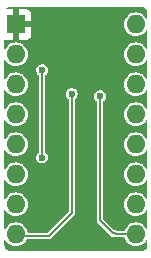
<source format=gbr>
%TF.GenerationSoftware,KiCad,Pcbnew,8.0.3*%
%TF.CreationDate,2024-10-02T14:15:04+10:00*%
%TF.ProjectId,attiny16-breakout,61747469-6e79-4313-962d-627265616b6f,rev?*%
%TF.SameCoordinates,Original*%
%TF.FileFunction,Copper,L2,Bot*%
%TF.FilePolarity,Positive*%
%FSLAX46Y46*%
G04 Gerber Fmt 4.6, Leading zero omitted, Abs format (unit mm)*
G04 Created by KiCad (PCBNEW 8.0.3) date 2024-10-02 14:15:04*
%MOMM*%
%LPD*%
G01*
G04 APERTURE LIST*
%TA.AperFunction,ComponentPad*%
%ADD10R,1.600000X1.600000*%
%TD*%
%TA.AperFunction,ComponentPad*%
%ADD11O,1.600000X1.600000*%
%TD*%
%TA.AperFunction,ViaPad*%
%ADD12C,0.600000*%
%TD*%
%TA.AperFunction,Conductor*%
%ADD13C,0.127000*%
%TD*%
G04 APERTURE END LIST*
D10*
%TO.P,J1,1,Pin_1*%
%TO.N,GND*%
X145880000Y-91000000D03*
D11*
%TO.P,J1,2,Pin_2*%
%TO.N,VCC*%
X145880000Y-93540000D03*
%TO.P,J1,3,Pin_3*%
%TO.N,Net-(J1-Pin_3)*%
X145880000Y-96080000D03*
%TO.P,J1,4,Pin_4*%
%TO.N,Net-(J1-Pin_4)*%
X145880000Y-98620000D03*
%TO.P,J1,5,Pin_5*%
%TO.N,Net-(J1-Pin_5)*%
X145880000Y-101160000D03*
%TO.P,J1,6,Pin_6*%
%TO.N,Net-(J1-Pin_6)*%
X145880000Y-103700000D03*
%TO.P,J1,7,Pin_7*%
%TO.N,Net-(J1-Pin_7)*%
X145880000Y-106240000D03*
%TO.P,J1,8,Pin_8*%
%TO.N,Net-(J1-Pin_8)*%
X145880000Y-108780000D03*
%TO.P,J1,9,Pin_9*%
%TO.N,Net-(J1-Pin_9)*%
X156040000Y-108780000D03*
%TO.P,J1,10,Pin_10*%
%TO.N,Net-(J1-Pin_10)*%
X156040000Y-106240000D03*
%TO.P,J1,11,Pin_11*%
%TO.N,Net-(J1-Pin_11)*%
X156040000Y-103700000D03*
%TO.P,J1,12,Pin_12*%
%TO.N,Net-(J1-Pin_12)*%
X156040000Y-101160000D03*
%TO.P,J1,13,Pin_13*%
%TO.N,Net-(J1-Pin_13)*%
X156040000Y-98620000D03*
%TO.P,J1,14,Pin_14*%
%TO.N,Net-(J1-Pin_14)*%
X156040000Y-96080000D03*
%TO.P,J1,15,Pin_15*%
%TO.N,Net-(J1-Pin_15)*%
X156040000Y-93540000D03*
%TO.P,J1,16,Pin_16*%
%TO.N,Net-(J1-Pin_16)*%
X156040000Y-91000000D03*
%TD*%
D12*
%TO.N,GND*%
X146900000Y-102350000D03*
X148100000Y-91950000D03*
%TO.N,VCC*%
X148100000Y-94900000D03*
X148100000Y-102300000D03*
%TO.N,Net-(J1-Pin_8)*%
X150600000Y-96900000D03*
%TO.N,Net-(J1-Pin_9)*%
X153000000Y-97100000D03*
%TD*%
D13*
%TO.N,GND*%
X148950000Y-92800000D02*
X148950000Y-102246910D01*
X148950000Y-102246910D02*
X148333410Y-102863500D01*
X148333410Y-102863500D02*
X147413500Y-102863500D01*
X147413500Y-102863500D02*
X146900000Y-102350000D01*
X148100000Y-91950000D02*
X148950000Y-92800000D01*
%TO.N,VCC*%
X148100000Y-94900000D02*
X148100000Y-102300000D01*
%TO.N,Net-(J1-Pin_8)*%
X148700000Y-108900000D02*
X146000000Y-108900000D01*
X150600000Y-107000000D02*
X148700000Y-108900000D01*
X146000000Y-108900000D02*
X145880000Y-108780000D01*
X150600000Y-96900000D02*
X150600000Y-107000000D01*
%TO.N,Net-(J1-Pin_9)*%
X154300000Y-108700000D02*
X154380000Y-108780000D01*
X153000000Y-97100000D02*
X153000000Y-107600000D01*
X154380000Y-108780000D02*
X156040000Y-108780000D01*
X153000000Y-107600000D02*
X154100000Y-108700000D01*
X154100000Y-108700000D02*
X154300000Y-108700000D01*
%TD*%
%TA.AperFunction,Conductor*%
%TO.N,GND*%
G36*
X156502733Y-89500808D02*
G01*
X156605665Y-89512406D01*
X156616361Y-89514847D01*
X156711519Y-89548144D01*
X156721393Y-89552899D01*
X156806759Y-89606538D01*
X156815337Y-89613379D01*
X156886620Y-89684662D01*
X156893461Y-89693240D01*
X156947097Y-89778600D01*
X156951858Y-89788487D01*
X156985151Y-89883637D01*
X156987593Y-89894333D01*
X156999192Y-89997265D01*
X156999500Y-90002752D01*
X156999500Y-90477064D01*
X156985148Y-90511712D01*
X156950500Y-90526064D01*
X156915852Y-90511712D01*
X156907286Y-90500163D01*
X156875910Y-90441462D01*
X156875907Y-90441458D01*
X156875905Y-90441455D01*
X156822537Y-90376427D01*
X156750883Y-90289117D01*
X156679227Y-90230310D01*
X156598544Y-90164094D01*
X156598541Y-90164092D01*
X156598539Y-90164091D01*
X156598538Y-90164090D01*
X156518592Y-90121358D01*
X156424726Y-90071185D01*
X156236132Y-90013976D01*
X156040000Y-89994659D01*
X155843867Y-90013976D01*
X155843866Y-90013976D01*
X155655273Y-90071185D01*
X155481458Y-90164092D01*
X155481455Y-90164094D01*
X155329117Y-90289117D01*
X155204094Y-90441455D01*
X155204092Y-90441458D01*
X155111185Y-90615273D01*
X155053976Y-90803866D01*
X155053976Y-90803867D01*
X155034659Y-90999999D01*
X155034659Y-91000000D01*
X155053976Y-91196132D01*
X155053976Y-91196133D01*
X155111185Y-91384726D01*
X155159997Y-91476045D01*
X155204089Y-91558537D01*
X155204092Y-91558541D01*
X155204094Y-91558544D01*
X155270310Y-91639227D01*
X155329117Y-91710883D01*
X155416427Y-91782537D01*
X155481455Y-91835905D01*
X155481458Y-91835907D01*
X155481462Y-91835910D01*
X155655273Y-91928814D01*
X155843868Y-91986024D01*
X156040000Y-92005341D01*
X156236132Y-91986024D01*
X156424727Y-91928814D01*
X156598538Y-91835910D01*
X156750883Y-91710883D01*
X156875910Y-91558538D01*
X156907286Y-91499836D01*
X156936276Y-91476045D01*
X156973598Y-91479721D01*
X156997390Y-91508711D01*
X156999500Y-91522935D01*
X156999500Y-93017064D01*
X156985148Y-93051712D01*
X156950500Y-93066064D01*
X156915852Y-93051712D01*
X156907286Y-93040163D01*
X156875910Y-92981462D01*
X156875907Y-92981458D01*
X156875905Y-92981455D01*
X156822537Y-92916427D01*
X156750883Y-92829117D01*
X156679227Y-92770310D01*
X156598544Y-92704094D01*
X156598541Y-92704092D01*
X156598539Y-92704091D01*
X156598538Y-92704090D01*
X156518592Y-92661358D01*
X156424726Y-92611185D01*
X156236132Y-92553976D01*
X156040000Y-92534659D01*
X155843867Y-92553976D01*
X155843866Y-92553976D01*
X155655273Y-92611185D01*
X155481458Y-92704092D01*
X155481455Y-92704094D01*
X155329117Y-92829117D01*
X155204094Y-92981455D01*
X155204092Y-92981458D01*
X155111185Y-93155273D01*
X155053976Y-93343866D01*
X155053976Y-93343867D01*
X155034659Y-93539999D01*
X155034659Y-93540000D01*
X155053976Y-93736132D01*
X155053976Y-93736133D01*
X155111185Y-93924726D01*
X155111186Y-93924727D01*
X155204089Y-94098537D01*
X155204092Y-94098541D01*
X155204094Y-94098544D01*
X155270310Y-94179227D01*
X155329117Y-94250883D01*
X155416427Y-94322537D01*
X155481455Y-94375905D01*
X155481458Y-94375907D01*
X155481462Y-94375910D01*
X155655273Y-94468814D01*
X155843868Y-94526024D01*
X156040000Y-94545341D01*
X156236132Y-94526024D01*
X156424727Y-94468814D01*
X156598538Y-94375910D01*
X156750883Y-94250883D01*
X156875910Y-94098538D01*
X156907286Y-94039836D01*
X156936276Y-94016045D01*
X156973598Y-94019721D01*
X156997390Y-94048711D01*
X156999500Y-94062935D01*
X156999500Y-95557064D01*
X156985148Y-95591712D01*
X156950500Y-95606064D01*
X156915852Y-95591712D01*
X156907286Y-95580163D01*
X156875910Y-95521462D01*
X156875907Y-95521458D01*
X156875905Y-95521455D01*
X156822537Y-95456427D01*
X156750883Y-95369117D01*
X156679227Y-95310310D01*
X156598544Y-95244094D01*
X156598541Y-95244092D01*
X156598539Y-95244091D01*
X156598538Y-95244090D01*
X156466236Y-95173373D01*
X156424726Y-95151185D01*
X156236132Y-95093976D01*
X156040000Y-95074659D01*
X155843867Y-95093976D01*
X155843866Y-95093976D01*
X155655273Y-95151185D01*
X155481458Y-95244092D01*
X155481455Y-95244094D01*
X155329117Y-95369117D01*
X155204094Y-95521455D01*
X155204092Y-95521458D01*
X155111185Y-95695273D01*
X155053976Y-95883866D01*
X155053976Y-95883867D01*
X155034659Y-96079999D01*
X155034659Y-96080000D01*
X155053976Y-96276132D01*
X155053976Y-96276133D01*
X155111185Y-96464726D01*
X155146540Y-96530870D01*
X155204089Y-96638537D01*
X155204092Y-96638541D01*
X155204094Y-96638544D01*
X155205328Y-96640047D01*
X155329117Y-96790883D01*
X155416427Y-96862537D01*
X155481455Y-96915905D01*
X155481458Y-96915907D01*
X155481462Y-96915910D01*
X155655273Y-97008814D01*
X155843868Y-97066024D01*
X156040000Y-97085341D01*
X156236132Y-97066024D01*
X156424727Y-97008814D01*
X156598538Y-96915910D01*
X156750883Y-96790883D01*
X156875910Y-96638538D01*
X156907286Y-96579836D01*
X156936276Y-96556045D01*
X156973598Y-96559721D01*
X156997390Y-96588711D01*
X156999500Y-96602935D01*
X156999500Y-98097064D01*
X156985148Y-98131712D01*
X156950500Y-98146064D01*
X156915852Y-98131712D01*
X156907286Y-98120163D01*
X156875910Y-98061462D01*
X156875907Y-98061458D01*
X156875905Y-98061455D01*
X156822537Y-97996427D01*
X156750883Y-97909117D01*
X156679227Y-97850310D01*
X156598544Y-97784094D01*
X156598541Y-97784092D01*
X156598539Y-97784091D01*
X156598538Y-97784090D01*
X156518592Y-97741358D01*
X156424726Y-97691185D01*
X156236132Y-97633976D01*
X156040000Y-97614659D01*
X155843867Y-97633976D01*
X155843866Y-97633976D01*
X155655273Y-97691185D01*
X155481458Y-97784092D01*
X155481455Y-97784094D01*
X155329117Y-97909117D01*
X155204094Y-98061455D01*
X155204092Y-98061458D01*
X155111185Y-98235273D01*
X155053976Y-98423866D01*
X155053976Y-98423867D01*
X155034659Y-98619999D01*
X155034659Y-98620000D01*
X155053976Y-98816132D01*
X155053976Y-98816133D01*
X155111185Y-99004726D01*
X155111186Y-99004727D01*
X155204089Y-99178537D01*
X155204092Y-99178541D01*
X155204094Y-99178544D01*
X155270310Y-99259227D01*
X155329117Y-99330883D01*
X155416427Y-99402537D01*
X155481455Y-99455905D01*
X155481458Y-99455907D01*
X155481462Y-99455910D01*
X155655273Y-99548814D01*
X155843868Y-99606024D01*
X156040000Y-99625341D01*
X156236132Y-99606024D01*
X156424727Y-99548814D01*
X156598538Y-99455910D01*
X156750883Y-99330883D01*
X156875910Y-99178538D01*
X156907286Y-99119836D01*
X156936276Y-99096045D01*
X156973598Y-99099721D01*
X156997390Y-99128711D01*
X156999500Y-99142935D01*
X156999500Y-100637064D01*
X156985148Y-100671712D01*
X156950500Y-100686064D01*
X156915852Y-100671712D01*
X156907286Y-100660163D01*
X156875910Y-100601462D01*
X156875907Y-100601458D01*
X156875905Y-100601455D01*
X156822537Y-100536427D01*
X156750883Y-100449117D01*
X156679227Y-100390310D01*
X156598544Y-100324094D01*
X156598541Y-100324092D01*
X156598539Y-100324091D01*
X156598538Y-100324090D01*
X156518592Y-100281358D01*
X156424726Y-100231185D01*
X156236132Y-100173976D01*
X156040000Y-100154659D01*
X155843867Y-100173976D01*
X155843866Y-100173976D01*
X155655273Y-100231185D01*
X155481458Y-100324092D01*
X155481455Y-100324094D01*
X155329117Y-100449117D01*
X155204094Y-100601455D01*
X155204092Y-100601458D01*
X155111185Y-100775273D01*
X155053976Y-100963866D01*
X155053976Y-100963867D01*
X155034659Y-101159999D01*
X155034659Y-101160000D01*
X155053976Y-101356132D01*
X155053976Y-101356133D01*
X155111185Y-101544726D01*
X155111186Y-101544727D01*
X155204089Y-101718537D01*
X155204092Y-101718541D01*
X155204094Y-101718544D01*
X155270310Y-101799227D01*
X155329117Y-101870883D01*
X155386355Y-101917857D01*
X155481455Y-101995905D01*
X155481458Y-101995907D01*
X155481462Y-101995910D01*
X155655273Y-102088814D01*
X155843868Y-102146024D01*
X156040000Y-102165341D01*
X156236132Y-102146024D01*
X156424727Y-102088814D01*
X156598538Y-101995910D01*
X156750883Y-101870883D01*
X156875910Y-101718538D01*
X156907286Y-101659836D01*
X156936276Y-101636045D01*
X156973598Y-101639721D01*
X156997390Y-101668711D01*
X156999500Y-101682935D01*
X156999500Y-103177064D01*
X156985148Y-103211712D01*
X156950500Y-103226064D01*
X156915852Y-103211712D01*
X156907286Y-103200163D01*
X156875910Y-103141462D01*
X156875907Y-103141458D01*
X156875905Y-103141455D01*
X156822537Y-103076427D01*
X156750883Y-102989117D01*
X156679227Y-102930310D01*
X156598544Y-102864094D01*
X156598541Y-102864092D01*
X156598539Y-102864091D01*
X156598538Y-102864090D01*
X156479568Y-102800499D01*
X156424726Y-102771185D01*
X156236132Y-102713976D01*
X156040000Y-102694659D01*
X155843867Y-102713976D01*
X155843866Y-102713976D01*
X155655273Y-102771185D01*
X155481458Y-102864092D01*
X155481455Y-102864094D01*
X155329117Y-102989117D01*
X155204094Y-103141455D01*
X155204092Y-103141458D01*
X155111185Y-103315273D01*
X155053976Y-103503866D01*
X155053976Y-103503867D01*
X155034659Y-103699999D01*
X155034659Y-103700000D01*
X155053976Y-103896132D01*
X155053976Y-103896133D01*
X155111185Y-104084726D01*
X155111186Y-104084727D01*
X155204089Y-104258537D01*
X155204092Y-104258541D01*
X155204094Y-104258544D01*
X155270310Y-104339227D01*
X155329117Y-104410883D01*
X155416427Y-104482537D01*
X155481455Y-104535905D01*
X155481458Y-104535907D01*
X155481462Y-104535910D01*
X155655273Y-104628814D01*
X155843868Y-104686024D01*
X156040000Y-104705341D01*
X156236132Y-104686024D01*
X156424727Y-104628814D01*
X156598538Y-104535910D01*
X156750883Y-104410883D01*
X156875910Y-104258538D01*
X156907286Y-104199836D01*
X156936276Y-104176045D01*
X156973598Y-104179721D01*
X156997390Y-104208711D01*
X156999500Y-104222935D01*
X156999500Y-105717064D01*
X156985148Y-105751712D01*
X156950500Y-105766064D01*
X156915852Y-105751712D01*
X156907286Y-105740163D01*
X156875910Y-105681462D01*
X156875907Y-105681458D01*
X156875905Y-105681455D01*
X156822537Y-105616427D01*
X156750883Y-105529117D01*
X156679227Y-105470310D01*
X156598544Y-105404094D01*
X156598541Y-105404092D01*
X156598539Y-105404091D01*
X156598538Y-105404090D01*
X156518592Y-105361358D01*
X156424726Y-105311185D01*
X156236132Y-105253976D01*
X156040000Y-105234659D01*
X155843867Y-105253976D01*
X155843866Y-105253976D01*
X155655273Y-105311185D01*
X155481458Y-105404092D01*
X155481455Y-105404094D01*
X155329117Y-105529117D01*
X155204094Y-105681455D01*
X155204092Y-105681458D01*
X155111185Y-105855273D01*
X155053976Y-106043866D01*
X155053976Y-106043867D01*
X155034659Y-106239999D01*
X155034659Y-106240000D01*
X155053976Y-106436132D01*
X155053976Y-106436133D01*
X155111185Y-106624726D01*
X155111186Y-106624727D01*
X155204089Y-106798537D01*
X155204092Y-106798541D01*
X155204094Y-106798544D01*
X155263026Y-106870351D01*
X155329117Y-106950883D01*
X155416427Y-107022537D01*
X155481455Y-107075905D01*
X155481458Y-107075907D01*
X155481462Y-107075910D01*
X155655273Y-107168814D01*
X155843868Y-107226024D01*
X156040000Y-107245341D01*
X156236132Y-107226024D01*
X156424727Y-107168814D01*
X156598538Y-107075910D01*
X156750883Y-106950883D01*
X156875910Y-106798538D01*
X156907286Y-106739836D01*
X156936276Y-106716045D01*
X156973598Y-106719721D01*
X156997390Y-106748711D01*
X156999500Y-106762935D01*
X156999500Y-108257064D01*
X156985148Y-108291712D01*
X156950500Y-108306064D01*
X156915852Y-108291712D01*
X156907286Y-108280163D01*
X156875910Y-108221462D01*
X156875907Y-108221458D01*
X156875905Y-108221455D01*
X156822537Y-108156427D01*
X156750883Y-108069117D01*
X156679227Y-108010310D01*
X156598544Y-107944094D01*
X156598541Y-107944092D01*
X156598539Y-107944091D01*
X156598538Y-107944090D01*
X156518592Y-107901358D01*
X156424726Y-107851185D01*
X156236132Y-107793976D01*
X156040000Y-107774659D01*
X155843867Y-107793976D01*
X155843866Y-107793976D01*
X155655273Y-107851185D01*
X155481458Y-107944092D01*
X155481455Y-107944094D01*
X155329117Y-108069117D01*
X155204094Y-108221455D01*
X155204092Y-108221458D01*
X155111188Y-108395269D01*
X155111185Y-108395276D01*
X155085113Y-108481224D01*
X155061321Y-108510214D01*
X155038223Y-108516000D01*
X154509648Y-108516000D01*
X154475000Y-108501648D01*
X154449544Y-108476192D01*
X154352514Y-108436000D01*
X154352513Y-108436000D01*
X154229649Y-108436000D01*
X154195001Y-108421648D01*
X153278352Y-107504999D01*
X153264000Y-107470351D01*
X153264000Y-97552039D01*
X153278352Y-97517391D01*
X153286505Y-97510819D01*
X153331128Y-97482143D01*
X153425377Y-97373373D01*
X153485165Y-97242457D01*
X153485165Y-97242455D01*
X153485166Y-97242454D01*
X153505647Y-97100002D01*
X153505647Y-97099997D01*
X153485166Y-96957545D01*
X153480751Y-96947879D01*
X153425377Y-96826627D01*
X153331128Y-96717857D01*
X153210053Y-96640047D01*
X153210050Y-96640046D01*
X153071965Y-96599500D01*
X153071961Y-96599500D01*
X152928039Y-96599500D01*
X152928034Y-96599500D01*
X152789949Y-96640046D01*
X152668871Y-96717857D01*
X152574625Y-96826623D01*
X152574624Y-96826625D01*
X152514833Y-96957545D01*
X152494353Y-97099997D01*
X152494353Y-97100002D01*
X152514833Y-97242454D01*
X152532958Y-97282141D01*
X152574623Y-97373373D01*
X152574624Y-97373374D01*
X152574625Y-97373376D01*
X152668870Y-97482141D01*
X152668872Y-97482143D01*
X152713491Y-97510817D01*
X152734880Y-97541623D01*
X152736000Y-97552039D01*
X152736000Y-107547487D01*
X152736000Y-107652513D01*
X152776192Y-107749544D01*
X152776193Y-107749545D01*
X152776194Y-107749547D01*
X153950453Y-108923807D01*
X153950455Y-108923808D01*
X153950456Y-108923809D01*
X154047487Y-108964000D01*
X154170352Y-108964000D01*
X154205000Y-108978352D01*
X154230456Y-109003808D01*
X154327487Y-109044000D01*
X155038223Y-109044000D01*
X155072871Y-109058352D01*
X155085113Y-109078776D01*
X155111186Y-109164727D01*
X155204090Y-109338537D01*
X155204092Y-109338541D01*
X155204094Y-109338544D01*
X155270310Y-109419227D01*
X155329117Y-109490883D01*
X155416427Y-109562537D01*
X155481455Y-109615905D01*
X155481458Y-109615907D01*
X155481462Y-109615910D01*
X155655273Y-109708814D01*
X155843868Y-109766024D01*
X156040000Y-109785341D01*
X156236132Y-109766024D01*
X156424727Y-109708814D01*
X156598538Y-109615910D01*
X156750883Y-109490883D01*
X156875910Y-109338538D01*
X156907286Y-109279836D01*
X156936276Y-109256045D01*
X156973598Y-109259721D01*
X156997390Y-109288711D01*
X156999500Y-109302935D01*
X156999500Y-109697247D01*
X156999192Y-109702734D01*
X156987593Y-109805666D01*
X156985151Y-109816362D01*
X156951858Y-109911512D01*
X156947097Y-109921399D01*
X156893461Y-110006759D01*
X156886620Y-110015337D01*
X156815337Y-110086620D01*
X156806759Y-110093461D01*
X156721399Y-110147097D01*
X156711512Y-110151858D01*
X156616362Y-110185151D01*
X156605666Y-110187593D01*
X156509877Y-110198386D01*
X156502732Y-110199192D01*
X156497247Y-110199500D01*
X145402753Y-110199500D01*
X145397267Y-110199192D01*
X145389061Y-110198267D01*
X145294333Y-110187593D01*
X145283637Y-110185151D01*
X145219221Y-110162612D01*
X145188484Y-110151856D01*
X145178603Y-110147098D01*
X145093240Y-110093461D01*
X145084662Y-110086620D01*
X145013379Y-110015337D01*
X145006538Y-110006759D01*
X144952899Y-109921393D01*
X144948144Y-109911519D01*
X144914847Y-109816361D01*
X144912406Y-109805665D01*
X144900808Y-109702733D01*
X144900500Y-109697247D01*
X144900500Y-109265518D01*
X144914852Y-109230870D01*
X144949500Y-109216518D01*
X144984148Y-109230870D01*
X144992714Y-109242420D01*
X145044089Y-109338537D01*
X145044094Y-109338544D01*
X145110310Y-109419227D01*
X145169117Y-109490883D01*
X145256427Y-109562537D01*
X145321455Y-109615905D01*
X145321458Y-109615907D01*
X145321462Y-109615910D01*
X145495273Y-109708814D01*
X145683868Y-109766024D01*
X145880000Y-109785341D01*
X146076132Y-109766024D01*
X146264727Y-109708814D01*
X146438538Y-109615910D01*
X146590883Y-109490883D01*
X146715910Y-109338538D01*
X146795358Y-109189900D01*
X146824348Y-109166110D01*
X146838572Y-109164000D01*
X148752511Y-109164000D01*
X148752513Y-109164000D01*
X148849544Y-109123808D01*
X150823809Y-107149544D01*
X150852228Y-107080932D01*
X150864000Y-107052513D01*
X150864000Y-97352039D01*
X150878352Y-97317391D01*
X150886505Y-97310819D01*
X150931128Y-97282143D01*
X151025377Y-97173373D01*
X151085165Y-97042457D01*
X151085165Y-97042455D01*
X151085166Y-97042454D01*
X151105647Y-96900002D01*
X151105647Y-96899997D01*
X151085166Y-96757545D01*
X151067041Y-96717857D01*
X151025377Y-96626627D01*
X150931128Y-96517857D01*
X150810053Y-96440047D01*
X150810050Y-96440046D01*
X150671965Y-96399500D01*
X150671961Y-96399500D01*
X150528039Y-96399500D01*
X150528034Y-96399500D01*
X150389949Y-96440046D01*
X150268871Y-96517857D01*
X150174625Y-96626623D01*
X150174624Y-96626625D01*
X150114833Y-96757545D01*
X150094353Y-96899997D01*
X150094353Y-96900002D01*
X150114833Y-97042454D01*
X150141113Y-97099997D01*
X150174623Y-97173373D01*
X150174624Y-97173374D01*
X150174625Y-97173376D01*
X150234484Y-97242457D01*
X150268872Y-97282143D01*
X150313491Y-97310817D01*
X150334880Y-97341623D01*
X150336000Y-97352039D01*
X150336000Y-106870351D01*
X150321648Y-106904999D01*
X148605000Y-108621648D01*
X148570352Y-108636000D01*
X146915569Y-108636000D01*
X146880921Y-108621648D01*
X146866805Y-108591801D01*
X146866024Y-108583868D01*
X146866023Y-108583866D01*
X146841082Y-108501648D01*
X146808814Y-108395273D01*
X146715910Y-108221462D01*
X146715907Y-108221458D01*
X146715905Y-108221455D01*
X146662537Y-108156427D01*
X146590883Y-108069117D01*
X146519227Y-108010310D01*
X146438544Y-107944094D01*
X146438541Y-107944092D01*
X146438539Y-107944091D01*
X146438538Y-107944090D01*
X146358592Y-107901358D01*
X146264726Y-107851185D01*
X146076132Y-107793976D01*
X145880000Y-107774659D01*
X145683867Y-107793976D01*
X145683866Y-107793976D01*
X145495273Y-107851185D01*
X145321458Y-107944092D01*
X145321455Y-107944094D01*
X145169117Y-108069117D01*
X145044094Y-108221455D01*
X145044092Y-108221458D01*
X145044090Y-108221462D01*
X145005061Y-108294481D01*
X144992714Y-108317580D01*
X144963724Y-108341371D01*
X144926401Y-108337695D01*
X144902610Y-108308705D01*
X144900500Y-108294481D01*
X144900500Y-106725518D01*
X144914852Y-106690870D01*
X144949500Y-106676518D01*
X144984148Y-106690870D01*
X144992714Y-106702420D01*
X145044089Y-106798537D01*
X145044094Y-106798544D01*
X145103026Y-106870351D01*
X145169117Y-106950883D01*
X145256427Y-107022537D01*
X145321455Y-107075905D01*
X145321458Y-107075907D01*
X145321462Y-107075910D01*
X145495273Y-107168814D01*
X145683868Y-107226024D01*
X145880000Y-107245341D01*
X146076132Y-107226024D01*
X146264727Y-107168814D01*
X146438538Y-107075910D01*
X146590883Y-106950883D01*
X146715910Y-106798538D01*
X146808814Y-106624727D01*
X146866024Y-106436132D01*
X146885341Y-106240000D01*
X146866024Y-106043868D01*
X146808814Y-105855273D01*
X146715910Y-105681462D01*
X146715907Y-105681458D01*
X146715905Y-105681455D01*
X146662537Y-105616427D01*
X146590883Y-105529117D01*
X146519227Y-105470310D01*
X146438544Y-105404094D01*
X146438541Y-105404092D01*
X146438539Y-105404091D01*
X146438538Y-105404090D01*
X146358592Y-105361358D01*
X146264726Y-105311185D01*
X146076132Y-105253976D01*
X145880000Y-105234659D01*
X145683867Y-105253976D01*
X145683866Y-105253976D01*
X145495273Y-105311185D01*
X145321458Y-105404092D01*
X145321455Y-105404094D01*
X145169117Y-105529117D01*
X145044094Y-105681455D01*
X145044092Y-105681458D01*
X145044090Y-105681462D01*
X145005061Y-105754481D01*
X144992714Y-105777580D01*
X144963724Y-105801371D01*
X144926401Y-105797695D01*
X144902610Y-105768705D01*
X144900500Y-105754481D01*
X144900500Y-104185518D01*
X144914852Y-104150870D01*
X144949500Y-104136518D01*
X144984148Y-104150870D01*
X144992714Y-104162420D01*
X145044089Y-104258537D01*
X145044094Y-104258544D01*
X145110310Y-104339227D01*
X145169117Y-104410883D01*
X145256427Y-104482537D01*
X145321455Y-104535905D01*
X145321458Y-104535907D01*
X145321462Y-104535910D01*
X145495273Y-104628814D01*
X145683868Y-104686024D01*
X145880000Y-104705341D01*
X146076132Y-104686024D01*
X146264727Y-104628814D01*
X146438538Y-104535910D01*
X146590883Y-104410883D01*
X146715910Y-104258538D01*
X146808814Y-104084727D01*
X146866024Y-103896132D01*
X146885341Y-103700000D01*
X146866024Y-103503868D01*
X146808814Y-103315273D01*
X146715910Y-103141462D01*
X146715907Y-103141458D01*
X146715905Y-103141455D01*
X146662537Y-103076427D01*
X146590883Y-102989117D01*
X146519227Y-102930310D01*
X146438544Y-102864094D01*
X146438541Y-102864092D01*
X146438539Y-102864091D01*
X146438538Y-102864090D01*
X146319568Y-102800499D01*
X146264726Y-102771185D01*
X146076132Y-102713976D01*
X145880000Y-102694659D01*
X145683867Y-102713976D01*
X145683866Y-102713976D01*
X145495273Y-102771185D01*
X145321458Y-102864092D01*
X145321455Y-102864094D01*
X145169117Y-102989117D01*
X145044094Y-103141455D01*
X145044092Y-103141458D01*
X145044090Y-103141462D01*
X145005061Y-103214481D01*
X144992714Y-103237580D01*
X144963724Y-103261371D01*
X144926401Y-103257695D01*
X144902610Y-103228705D01*
X144900500Y-103214481D01*
X144900500Y-101645518D01*
X144914852Y-101610870D01*
X144949500Y-101596518D01*
X144984148Y-101610870D01*
X144992714Y-101622420D01*
X145044089Y-101718537D01*
X145044094Y-101718544D01*
X145110310Y-101799227D01*
X145169117Y-101870883D01*
X145226355Y-101917857D01*
X145321455Y-101995905D01*
X145321458Y-101995907D01*
X145321462Y-101995910D01*
X145495273Y-102088814D01*
X145683868Y-102146024D01*
X145880000Y-102165341D01*
X146076132Y-102146024D01*
X146264727Y-102088814D01*
X146438538Y-101995910D01*
X146590883Y-101870883D01*
X146715910Y-101718538D01*
X146808814Y-101544727D01*
X146866024Y-101356132D01*
X146885341Y-101160000D01*
X146866024Y-100963868D01*
X146808814Y-100775273D01*
X146715910Y-100601462D01*
X146715907Y-100601458D01*
X146715905Y-100601455D01*
X146662537Y-100536427D01*
X146590883Y-100449117D01*
X146519227Y-100390310D01*
X146438544Y-100324094D01*
X146438541Y-100324092D01*
X146438539Y-100324091D01*
X146438538Y-100324090D01*
X146358592Y-100281358D01*
X146264726Y-100231185D01*
X146076132Y-100173976D01*
X145880000Y-100154659D01*
X145683867Y-100173976D01*
X145683866Y-100173976D01*
X145495273Y-100231185D01*
X145321458Y-100324092D01*
X145321455Y-100324094D01*
X145169117Y-100449117D01*
X145044094Y-100601455D01*
X145044092Y-100601458D01*
X145044090Y-100601462D01*
X145005061Y-100674481D01*
X144992714Y-100697580D01*
X144963724Y-100721371D01*
X144926401Y-100717695D01*
X144902610Y-100688705D01*
X144900500Y-100674481D01*
X144900500Y-99105518D01*
X144914852Y-99070870D01*
X144949500Y-99056518D01*
X144984148Y-99070870D01*
X144992714Y-99082420D01*
X145044089Y-99178537D01*
X145044094Y-99178544D01*
X145110310Y-99259227D01*
X145169117Y-99330883D01*
X145256427Y-99402537D01*
X145321455Y-99455905D01*
X145321458Y-99455907D01*
X145321462Y-99455910D01*
X145495273Y-99548814D01*
X145683868Y-99606024D01*
X145880000Y-99625341D01*
X146076132Y-99606024D01*
X146264727Y-99548814D01*
X146438538Y-99455910D01*
X146590883Y-99330883D01*
X146715910Y-99178538D01*
X146808814Y-99004727D01*
X146866024Y-98816132D01*
X146885341Y-98620000D01*
X146866024Y-98423868D01*
X146808814Y-98235273D01*
X146715910Y-98061462D01*
X146715907Y-98061458D01*
X146715905Y-98061455D01*
X146662537Y-97996427D01*
X146590883Y-97909117D01*
X146519227Y-97850310D01*
X146438544Y-97784094D01*
X146438541Y-97784092D01*
X146438539Y-97784091D01*
X146438538Y-97784090D01*
X146358592Y-97741358D01*
X146264726Y-97691185D01*
X146076132Y-97633976D01*
X145880000Y-97614659D01*
X145683867Y-97633976D01*
X145683866Y-97633976D01*
X145495273Y-97691185D01*
X145321458Y-97784092D01*
X145321455Y-97784094D01*
X145169117Y-97909117D01*
X145044094Y-98061455D01*
X145044092Y-98061458D01*
X145044090Y-98061462D01*
X145005061Y-98134481D01*
X144992714Y-98157580D01*
X144963724Y-98181371D01*
X144926401Y-98177695D01*
X144902610Y-98148705D01*
X144900500Y-98134481D01*
X144900500Y-96565518D01*
X144914852Y-96530870D01*
X144949500Y-96516518D01*
X144984148Y-96530870D01*
X144992714Y-96542420D01*
X145044089Y-96638537D01*
X145044094Y-96638544D01*
X145045328Y-96640047D01*
X145169117Y-96790883D01*
X145256427Y-96862537D01*
X145321455Y-96915905D01*
X145321458Y-96915907D01*
X145321462Y-96915910D01*
X145495273Y-97008814D01*
X145683868Y-97066024D01*
X145880000Y-97085341D01*
X146076132Y-97066024D01*
X146264727Y-97008814D01*
X146438538Y-96915910D01*
X146590883Y-96790883D01*
X146715910Y-96638538D01*
X146808814Y-96464727D01*
X146866024Y-96276132D01*
X146885341Y-96080000D01*
X146866024Y-95883868D01*
X146808814Y-95695273D01*
X146715910Y-95521462D01*
X146715907Y-95521458D01*
X146715905Y-95521455D01*
X146662537Y-95456427D01*
X146590883Y-95369117D01*
X146519227Y-95310310D01*
X146438544Y-95244094D01*
X146438541Y-95244092D01*
X146438539Y-95244091D01*
X146438538Y-95244090D01*
X146306236Y-95173373D01*
X146264726Y-95151185D01*
X146076132Y-95093976D01*
X145880000Y-95074659D01*
X145683867Y-95093976D01*
X145683866Y-95093976D01*
X145495273Y-95151185D01*
X145321458Y-95244092D01*
X145321455Y-95244094D01*
X145169117Y-95369117D01*
X145044094Y-95521455D01*
X145044092Y-95521458D01*
X145044090Y-95521462D01*
X145005061Y-95594481D01*
X144992714Y-95617580D01*
X144963724Y-95641371D01*
X144926401Y-95637695D01*
X144902610Y-95608705D01*
X144900500Y-95594481D01*
X144900500Y-94899997D01*
X147594353Y-94899997D01*
X147594353Y-94900002D01*
X147614833Y-95042454D01*
X147629541Y-95074659D01*
X147674623Y-95173373D01*
X147674624Y-95173374D01*
X147674625Y-95173376D01*
X147768870Y-95282141D01*
X147768872Y-95282143D01*
X147813491Y-95310817D01*
X147834880Y-95341623D01*
X147836000Y-95352039D01*
X147836000Y-101847959D01*
X147821648Y-101882607D01*
X147813492Y-101889180D01*
X147768872Y-101917856D01*
X147674625Y-102026623D01*
X147674624Y-102026625D01*
X147614833Y-102157545D01*
X147594353Y-102299997D01*
X147594353Y-102300002D01*
X147614833Y-102442454D01*
X147646935Y-102512746D01*
X147674623Y-102573373D01*
X147674624Y-102573374D01*
X147674625Y-102573376D01*
X147768871Y-102682142D01*
X147768872Y-102682143D01*
X147889947Y-102759953D01*
X147966785Y-102782514D01*
X148028034Y-102800499D01*
X148028037Y-102800499D01*
X148028039Y-102800500D01*
X148028040Y-102800500D01*
X148171960Y-102800500D01*
X148171961Y-102800500D01*
X148171963Y-102800499D01*
X148171965Y-102800499D01*
X148194795Y-102793795D01*
X148310053Y-102759953D01*
X148431128Y-102682143D01*
X148525377Y-102573373D01*
X148585165Y-102442457D01*
X148585165Y-102442455D01*
X148585166Y-102442454D01*
X148605647Y-102300002D01*
X148605647Y-102299997D01*
X148585166Y-102157545D01*
X148553777Y-102088814D01*
X148525377Y-102026627D01*
X148498756Y-101995905D01*
X148431127Y-101917856D01*
X148386508Y-101889180D01*
X148365120Y-101858374D01*
X148364000Y-101847959D01*
X148364000Y-95352039D01*
X148378352Y-95317391D01*
X148386505Y-95310819D01*
X148431128Y-95282143D01*
X148525377Y-95173373D01*
X148585165Y-95042457D01*
X148585165Y-95042455D01*
X148585166Y-95042454D01*
X148605647Y-94900002D01*
X148605647Y-94899997D01*
X148585166Y-94757545D01*
X148580751Y-94747879D01*
X148525377Y-94626627D01*
X148431128Y-94517857D01*
X148310053Y-94440047D01*
X148310050Y-94440046D01*
X148171965Y-94399500D01*
X148171961Y-94399500D01*
X148028039Y-94399500D01*
X148028034Y-94399500D01*
X147889949Y-94440046D01*
X147768871Y-94517857D01*
X147674625Y-94626623D01*
X147674624Y-94626625D01*
X147614833Y-94757545D01*
X147594353Y-94899997D01*
X144900500Y-94899997D01*
X144900500Y-94025518D01*
X144914852Y-93990870D01*
X144949500Y-93976518D01*
X144984148Y-93990870D01*
X144992714Y-94002420D01*
X145044089Y-94098537D01*
X145044094Y-94098544D01*
X145110310Y-94179227D01*
X145169117Y-94250883D01*
X145256427Y-94322537D01*
X145321455Y-94375905D01*
X145321458Y-94375907D01*
X145321462Y-94375910D01*
X145495273Y-94468814D01*
X145683868Y-94526024D01*
X145880000Y-94545341D01*
X146076132Y-94526024D01*
X146264727Y-94468814D01*
X146438538Y-94375910D01*
X146590883Y-94250883D01*
X146715910Y-94098538D01*
X146808814Y-93924727D01*
X146866024Y-93736132D01*
X146885341Y-93540000D01*
X146866024Y-93343868D01*
X146808814Y-93155273D01*
X146715910Y-92981462D01*
X146715907Y-92981458D01*
X146715905Y-92981455D01*
X146662537Y-92916427D01*
X146590883Y-92829117D01*
X146519227Y-92770310D01*
X146438544Y-92704094D01*
X146438541Y-92704092D01*
X146438539Y-92704091D01*
X146438538Y-92704090D01*
X146358592Y-92661358D01*
X146264726Y-92611185D01*
X146076132Y-92553976D01*
X145880000Y-92534659D01*
X145683867Y-92553976D01*
X145683866Y-92553976D01*
X145495273Y-92611185D01*
X145321458Y-92704092D01*
X145321455Y-92704094D01*
X145169117Y-92829117D01*
X145044094Y-92981455D01*
X145044092Y-92981458D01*
X145044090Y-92981462D01*
X145005061Y-93054481D01*
X144992714Y-93077580D01*
X144963724Y-93101371D01*
X144926401Y-93097695D01*
X144902610Y-93068705D01*
X144900500Y-93054481D01*
X144900500Y-92337270D01*
X144914852Y-92302622D01*
X144949500Y-92288270D01*
X144966628Y-92291361D01*
X144972626Y-92293598D01*
X145032165Y-92300000D01*
X145630000Y-92300000D01*
X145630000Y-91315686D01*
X145634394Y-91320080D01*
X145725606Y-91372741D01*
X145827339Y-91400000D01*
X145932661Y-91400000D01*
X146034394Y-91372741D01*
X146125606Y-91320080D01*
X146130000Y-91315686D01*
X146130000Y-92300000D01*
X146727834Y-92300000D01*
X146787372Y-92293598D01*
X146787373Y-92293598D01*
X146922091Y-92243351D01*
X147037188Y-92157188D01*
X147123351Y-92042091D01*
X147173598Y-91907373D01*
X147173598Y-91907372D01*
X147180000Y-91847834D01*
X147180000Y-91250000D01*
X146195686Y-91250000D01*
X146200080Y-91245606D01*
X146252741Y-91154394D01*
X146280000Y-91052661D01*
X146280000Y-90947339D01*
X146252741Y-90845606D01*
X146200080Y-90754394D01*
X146195686Y-90750000D01*
X147180000Y-90750000D01*
X147180000Y-90152165D01*
X147173598Y-90092627D01*
X147173598Y-90092626D01*
X147123351Y-89957908D01*
X147037188Y-89842811D01*
X146922091Y-89756648D01*
X146787373Y-89706401D01*
X146727834Y-89700000D01*
X146130000Y-89700000D01*
X146130000Y-90684314D01*
X146125606Y-90679920D01*
X146034394Y-90627259D01*
X145932661Y-90600000D01*
X145827339Y-90600000D01*
X145725606Y-90627259D01*
X145634394Y-90679920D01*
X145630000Y-90684314D01*
X145630000Y-89700000D01*
X145116338Y-89700000D01*
X145081690Y-89685648D01*
X145067338Y-89651000D01*
X145081684Y-89616358D01*
X145084660Y-89613381D01*
X145093235Y-89606541D01*
X145178610Y-89552897D01*
X145188477Y-89548145D01*
X145283640Y-89514847D01*
X145294332Y-89512406D01*
X145397267Y-89500808D01*
X145402753Y-89500500D01*
X145465892Y-89500500D01*
X156434108Y-89500500D01*
X156497247Y-89500500D01*
X156502733Y-89500808D01*
G37*
%TD.AperFunction*%
%TD*%
M02*

</source>
